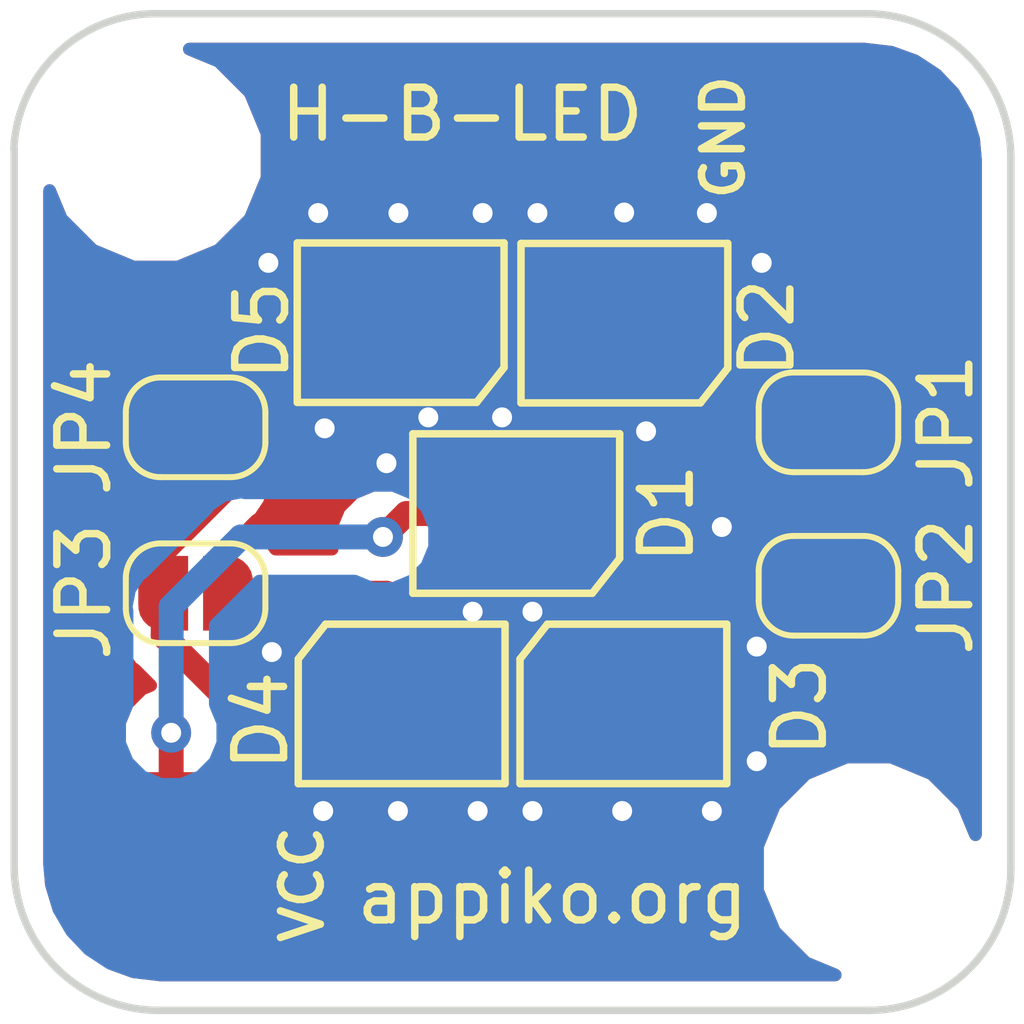
<source format=kicad_pcb>
(kicad_pcb (version 20171130) (host pcbnew "(5.0.2)-1")

  (general
    (thickness 1.6)
    (drawings 12)
    (tracks 65)
    (zones 0)
    (modules 13)
    (nets 7)
  )

  (page A4)
  (layers
    (0 F.Cu signal)
    (31 B.Cu signal)
    (32 B.Adhes user)
    (33 F.Adhes user)
    (34 B.Paste user)
    (35 F.Paste user)
    (36 B.SilkS user)
    (37 F.SilkS user)
    (38 B.Mask user)
    (39 F.Mask user)
    (40 Dwgs.User user)
    (41 Cmts.User user)
    (42 Eco1.User user)
    (43 Eco2.User user)
    (44 Edge.Cuts user)
    (45 Margin user)
    (46 B.CrtYd user)
    (47 F.CrtYd user)
    (48 B.Fab user)
    (49 F.Fab user hide)
  )

  (setup
    (last_trace_width 0.5)
    (trace_clearance 0.2)
    (zone_clearance 0.508)
    (zone_45_only yes)
    (trace_min 0.2)
    (segment_width 0.2)
    (edge_width 0.15)
    (via_size 0.8)
    (via_drill 0.4)
    (via_min_size 0.4)
    (via_min_drill 0.3)
    (uvia_size 0.3)
    (uvia_drill 0.1)
    (uvias_allowed no)
    (uvia_min_size 0.2)
    (uvia_min_drill 0.1)
    (pcb_text_width 0.3)
    (pcb_text_size 1.5 1.5)
    (mod_edge_width 0.15)
    (mod_text_size 1 1)
    (mod_text_width 0.15)
    (pad_size 3.2 3.2)
    (pad_drill 0)
    (pad_to_mask_clearance 0.051)
    (solder_mask_min_width 0.25)
    (aux_axis_origin 0 0)
    (visible_elements 7FFFFFFF)
    (pcbplotparams
      (layerselection 0x010fc_ffffffff)
      (usegerberextensions false)
      (usegerberattributes false)
      (usegerberadvancedattributes false)
      (creategerberjobfile false)
      (excludeedgelayer true)
      (linewidth 0.100000)
      (plotframeref false)
      (viasonmask false)
      (mode 1)
      (useauxorigin false)
      (hpglpennumber 1)
      (hpglpenspeed 20)
      (hpglpendiameter 15.000000)
      (psnegative false)
      (psa4output false)
      (plotreference true)
      (plotvalue true)
      (plotinvisibletext false)
      (padsonsilk false)
      (subtractmaskfromsilk false)
      (outputformat 4)
      (mirror false)
      (drillshape 0)
      (scaleselection 1)
      (outputdirectory "pdf/"))
  )

  (net 0 "")
  (net 1 /C1A2)
  (net 2 /C2A3)
  (net 3 /C3A4)
  (net 4 /C4A5)
  (net 5 /VCC)
  (net 6 /GND)

  (net_class Default "This is the default net class."
    (clearance 0.2)
    (trace_width 0.5)
    (via_dia 0.8)
    (via_drill 0.4)
    (uvia_dia 0.3)
    (uvia_drill 0.1)
    (add_net /C1A2)
    (add_net /C2A3)
    (add_net /C3A4)
    (add_net /C4A5)
    (add_net /GND)
    (add_net /VCC)
  )

  (module lib:POWER (layer F.Cu) (tedit 5D2425FD) (tstamp 5D2429AC)
    (at 16.15 30.82)
    (descr "Mounting Hole 3.2mm, no annular, M3, ISO7380")
    (tags "mounting hole 3.2mm no annular m3 iso7380")
    (zone_connect 2)
    (attr virtual)
    (fp_text reference H3 (at 0 -3.85) (layer F.Fab)
      (effects (font (size 1 1) (thickness 0.15)))
    )
    (fp_text value Vcc (at 0 3.85) (layer F.Fab)
      (effects (font (size 1 1) (thickness 0.15)))
    )
    (fp_text user %R (at 0.3 0) (layer F.Fab)
      (effects (font (size 1 1) (thickness 0.15)))
    )
    (pad 1 smd rect (at 0 0) (size 3.2 3.2) (layers F.Cu F.Paste F.Mask)
      (net 5 /VCC) (zone_connect 2))
  )

  (module MountingHole:MountingHole_3.2mm_M3_ISO7380 (layer F.Cu) (tedit 5D2423F2) (tstamp 5D248904)
    (at 30.15 31.15)
    (descr "Mounting Hole 3.2mm, no annular, M3, ISO7380")
    (tags "mounting hole 3.2mm no annular m3 iso7380")
    (path /5D24C268)
    (attr virtual)
    (fp_text reference H2 (at 0 -3.85) (layer F.Fab)
      (effects (font (size 1 1) (thickness 0.15)))
    )
    (fp_text value MountingHole (at 0 3.85) (layer F.Fab)
      (effects (font (size 1 1) (thickness 0.15)))
    )
    (fp_circle (center 0 0) (end 3.1 0) (layer F.CrtYd) (width 0.05))
    (fp_circle (center 0 0) (end 2.85 0) (layer Cmts.User) (width 0.15))
    (fp_text user %R (at 0.3 0) (layer F.Fab)
      (effects (font (size 1 1) (thickness 0.15)))
    )
    (pad 1 np_thru_hole circle (at 0 0) (size 3.2 3.2) (drill 3.2) (layers *.Cu *.Mask))
  )

  (module MountingHole:MountingHole_3.2mm_M3_ISO7380 (layer F.Cu) (tedit 5D241E50) (tstamp 5D2488EF)
    (at 15.84 16.85)
    (descr "Mounting Hole 3.2mm, no annular, M3, ISO7380")
    (tags "mounting hole 3.2mm no annular m3 iso7380")
    (path /5D24FD6D)
    (attr virtual)
    (fp_text reference H1 (at 0 -3.85) (layer F.Fab)
      (effects (font (size 1 1) (thickness 0.15)))
    )
    (fp_text value MountingHole (at 0 3.85) (layer F.Fab)
      (effects (font (size 1 1) (thickness 0.15)))
    )
    (fp_text user %R (at 0.3 0) (layer F.Fab)
      (effects (font (size 1 1) (thickness 0.15)))
    )
    (fp_circle (center 0 0) (end 2.85 0) (layer Cmts.User) (width 0.15))
    (fp_circle (center 0 0) (end 3.1 0) (layer F.CrtYd) (width 0.05))
    (pad 1 np_thru_hole circle (at 0 0) (size 3.2 3.2) (drill 3.2) (layers *.Cu *.Mask))
  )

  (module Jumper:SolderJumper-2_P1.3mm_Open_RoundedPad1.0x1.5mm (layer F.Cu) (tedit 5B391E66) (tstamp 5D241715)
    (at 16.64 22.3)
    (descr "SMD Solder Jumper, 1x1.5mm, rounded Pads, 0.3mm gap, open")
    (tags "solder jumper open")
    (path /5D243350)
    (attr virtual)
    (fp_text reference JP4 (at -2.24 0 90) (layer F.SilkS)
      (effects (font (size 1 1) (thickness 0.15)))
    )
    (fp_text value Jumper (at 0 1.9) (layer F.Fab)
      (effects (font (size 1 1) (thickness 0.15)))
    )
    (fp_line (start 1.65 1.25) (end -1.65 1.25) (layer F.CrtYd) (width 0.05))
    (fp_line (start 1.65 1.25) (end 1.65 -1.25) (layer F.CrtYd) (width 0.05))
    (fp_line (start -1.65 -1.25) (end -1.65 1.25) (layer F.CrtYd) (width 0.05))
    (fp_line (start -1.65 -1.25) (end 1.65 -1.25) (layer F.CrtYd) (width 0.05))
    (fp_line (start -0.7 -1) (end 0.7 -1) (layer F.SilkS) (width 0.12))
    (fp_line (start 1.4 -0.3) (end 1.4 0.3) (layer F.SilkS) (width 0.12))
    (fp_line (start 0.7 1) (end -0.7 1) (layer F.SilkS) (width 0.12))
    (fp_line (start -1.4 0.3) (end -1.4 -0.3) (layer F.SilkS) (width 0.12))
    (fp_arc (start -0.7 -0.3) (end -0.7 -1) (angle -90) (layer F.SilkS) (width 0.12))
    (fp_arc (start -0.7 0.3) (end -1.4 0.3) (angle -90) (layer F.SilkS) (width 0.12))
    (fp_arc (start 0.7 0.3) (end 0.7 1) (angle -90) (layer F.SilkS) (width 0.12))
    (fp_arc (start 0.7 -0.3) (end 1.4 -0.3) (angle -90) (layer F.SilkS) (width 0.12))
    (pad 2 smd custom (at 0.65 0) (size 1 0.5) (layers F.Cu F.Mask)
      (net 4 /C4A5) (zone_connect 2)
      (options (clearance outline) (anchor rect))
      (primitives
        (gr_circle (center 0 0.25) (end 0.5 0.25) (width 0))
        (gr_circle (center 0 -0.25) (end 0.5 -0.25) (width 0))
        (gr_poly (pts
           (xy 0 -0.75) (xy -0.5 -0.75) (xy -0.5 0.75) (xy 0 0.75)) (width 0))
      ))
    (pad 1 smd custom (at -0.65 0) (size 1 0.5) (layers F.Cu F.Mask)
      (net 6 /GND) (zone_connect 2)
      (options (clearance outline) (anchor rect))
      (primitives
        (gr_circle (center 0 0.25) (end 0.5 0.25) (width 0))
        (gr_circle (center 0 -0.25) (end 0.5 -0.25) (width 0))
        (gr_poly (pts
           (xy 0 -0.75) (xy 0.5 -0.75) (xy 0.5 0.75) (xy 0 0.75)) (width 0))
      ))
  )

  (module Jumper:SolderJumper-2_P1.3mm_Open_RoundedPad1.0x1.5mm (layer F.Cu) (tedit 5B391E66) (tstamp 5D241703)
    (at 16.64 25.63)
    (descr "SMD Solder Jumper, 1x1.5mm, rounded Pads, 0.3mm gap, open")
    (tags "solder jumper open")
    (path /5D242B0B)
    (attr virtual)
    (fp_text reference JP3 (at -2.24 -0.03 90) (layer F.SilkS)
      (effects (font (size 1 1) (thickness 0.15)))
    )
    (fp_text value Jumper (at 0 1.9) (layer F.Fab)
      (effects (font (size 1 1) (thickness 0.15)))
    )
    (fp_arc (start 0.7 -0.3) (end 1.4 -0.3) (angle -90) (layer F.SilkS) (width 0.12))
    (fp_arc (start 0.7 0.3) (end 0.7 1) (angle -90) (layer F.SilkS) (width 0.12))
    (fp_arc (start -0.7 0.3) (end -1.4 0.3) (angle -90) (layer F.SilkS) (width 0.12))
    (fp_arc (start -0.7 -0.3) (end -0.7 -1) (angle -90) (layer F.SilkS) (width 0.12))
    (fp_line (start -1.4 0.3) (end -1.4 -0.3) (layer F.SilkS) (width 0.12))
    (fp_line (start 0.7 1) (end -0.7 1) (layer F.SilkS) (width 0.12))
    (fp_line (start 1.4 -0.3) (end 1.4 0.3) (layer F.SilkS) (width 0.12))
    (fp_line (start -0.7 -1) (end 0.7 -1) (layer F.SilkS) (width 0.12))
    (fp_line (start -1.65 -1.25) (end 1.65 -1.25) (layer F.CrtYd) (width 0.05))
    (fp_line (start -1.65 -1.25) (end -1.65 1.25) (layer F.CrtYd) (width 0.05))
    (fp_line (start 1.65 1.25) (end 1.65 -1.25) (layer F.CrtYd) (width 0.05))
    (fp_line (start 1.65 1.25) (end -1.65 1.25) (layer F.CrtYd) (width 0.05))
    (pad 1 smd custom (at -0.65 0) (size 1 0.5) (layers F.Cu F.Mask)
      (net 4 /C4A5) (zone_connect 2)
      (options (clearance outline) (anchor rect))
      (primitives
        (gr_circle (center 0 0.25) (end 0.5 0.25) (width 0))
        (gr_circle (center 0 -0.25) (end 0.5 -0.25) (width 0))
        (gr_poly (pts
           (xy 0 -0.75) (xy 0.5 -0.75) (xy 0.5 0.75) (xy 0 0.75)) (width 0))
      ))
    (pad 2 smd custom (at 0.65 0) (size 1 0.5) (layers F.Cu F.Mask)
      (net 3 /C3A4) (zone_connect 2)
      (options (clearance outline) (anchor rect))
      (primitives
        (gr_circle (center 0 0.25) (end 0.5 0.25) (width 0))
        (gr_circle (center 0 -0.25) (end 0.5 -0.25) (width 0))
        (gr_poly (pts
           (xy 0 -0.75) (xy -0.5 -0.75) (xy -0.5 0.75) (xy 0 0.75)) (width 0))
      ))
  )

  (module Jumper:SolderJumper-2_P1.3mm_Open_RoundedPad1.0x1.5mm (layer F.Cu) (tedit 5B391E66) (tstamp 5D2416F1)
    (at 29.34 25.48)
    (descr "SMD Solder Jumper, 1x1.5mm, rounded Pads, 0.3mm gap, open")
    (tags "solder jumper open")
    (path /5D2429B3)
    (attr virtual)
    (fp_text reference JP2 (at 2.36 0.02 90) (layer F.SilkS)
      (effects (font (size 1 1) (thickness 0.15)))
    )
    (fp_text value Jumper (at 0 1.9) (layer F.Fab)
      (effects (font (size 1 1) (thickness 0.15)))
    )
    (fp_line (start 1.65 1.25) (end -1.65 1.25) (layer F.CrtYd) (width 0.05))
    (fp_line (start 1.65 1.25) (end 1.65 -1.25) (layer F.CrtYd) (width 0.05))
    (fp_line (start -1.65 -1.25) (end -1.65 1.25) (layer F.CrtYd) (width 0.05))
    (fp_line (start -1.65 -1.25) (end 1.65 -1.25) (layer F.CrtYd) (width 0.05))
    (fp_line (start -0.7 -1) (end 0.7 -1) (layer F.SilkS) (width 0.12))
    (fp_line (start 1.4 -0.3) (end 1.4 0.3) (layer F.SilkS) (width 0.12))
    (fp_line (start 0.7 1) (end -0.7 1) (layer F.SilkS) (width 0.12))
    (fp_line (start -1.4 0.3) (end -1.4 -0.3) (layer F.SilkS) (width 0.12))
    (fp_arc (start -0.7 -0.3) (end -0.7 -1) (angle -90) (layer F.SilkS) (width 0.12))
    (fp_arc (start -0.7 0.3) (end -1.4 0.3) (angle -90) (layer F.SilkS) (width 0.12))
    (fp_arc (start 0.7 0.3) (end 0.7 1) (angle -90) (layer F.SilkS) (width 0.12))
    (fp_arc (start 0.7 -0.3) (end 1.4 -0.3) (angle -90) (layer F.SilkS) (width 0.12))
    (pad 2 smd custom (at 0.65 0) (size 1 0.5) (layers F.Cu F.Mask)
      (net 2 /C2A3) (zone_connect 2)
      (options (clearance outline) (anchor rect))
      (primitives
        (gr_circle (center 0 0.25) (end 0.5 0.25) (width 0))
        (gr_circle (center 0 -0.25) (end 0.5 -0.25) (width 0))
        (gr_poly (pts
           (xy 0 -0.75) (xy -0.5 -0.75) (xy -0.5 0.75) (xy 0 0.75)) (width 0))
      ))
    (pad 1 smd custom (at -0.65 0) (size 1 0.5) (layers F.Cu F.Mask)
      (net 3 /C3A4) (zone_connect 2)
      (options (clearance outline) (anchor rect))
      (primitives
        (gr_circle (center 0 0.25) (end 0.5 0.25) (width 0))
        (gr_circle (center 0 -0.25) (end 0.5 -0.25) (width 0))
        (gr_poly (pts
           (xy 0 -0.75) (xy 0.5 -0.75) (xy 0.5 0.75) (xy 0 0.75)) (width 0))
      ))
  )

  (module Jumper:SolderJumper-2_P1.3mm_Open_RoundedPad1.0x1.5mm (layer F.Cu) (tedit 5D2420B6) (tstamp 5D2416DF)
    (at 29.34 22.2 180)
    (descr "SMD Solder Jumper, 1x1.5mm, rounded Pads, 0.3mm gap, open")
    (tags "solder jumper open")
    (path /5D24133B)
    (attr virtual)
    (fp_text reference JP1 (at -2.36 0 270) (layer F.SilkS)
      (effects (font (size 1 1) (thickness 0.15)))
    )
    (fp_text value Jumper (at 0 1.9 180) (layer F.Fab)
      (effects (font (size 1 1) (thickness 0.15)))
    )
    (fp_arc (start 0.7 -0.3) (end 1.4 -0.3) (angle -90) (layer F.SilkS) (width 0.12))
    (fp_arc (start 0.7 0.3) (end 0.7 1) (angle -90) (layer F.SilkS) (width 0.12))
    (fp_arc (start -0.7 0.3) (end -1.4 0.3) (angle -90) (layer F.SilkS) (width 0.12))
    (fp_arc (start -0.7 -0.3) (end -0.7 -1) (angle -90) (layer F.SilkS) (width 0.12))
    (fp_line (start -1.4 0.3) (end -1.4 -0.3) (layer F.SilkS) (width 0.12))
    (fp_line (start 0.7 1) (end -0.7 1) (layer F.SilkS) (width 0.12))
    (fp_line (start 1.4 -0.3) (end 1.4 0.3) (layer F.SilkS) (width 0.12))
    (fp_line (start -0.7 -1) (end 0.7 -1) (layer F.SilkS) (width 0.12))
    (fp_line (start -1.65 -1.25) (end 1.65 -1.25) (layer F.CrtYd) (width 0.05))
    (fp_line (start -1.65 -1.25) (end -1.65 1.25) (layer F.CrtYd) (width 0.05))
    (fp_line (start 1.65 1.25) (end 1.65 -1.25) (layer F.CrtYd) (width 0.05))
    (fp_line (start 1.65 1.25) (end -1.65 1.25) (layer F.CrtYd) (width 0.05))
    (pad 1 smd custom (at -0.65 0 180) (size 1 0.5) (layers F.Cu F.Mask)
      (net 2 /C2A3) (zone_connect 2)
      (options (clearance outline) (anchor rect))
      (primitives
        (gr_circle (center 0 0.25) (end 0.5 0.25) (width 0))
        (gr_circle (center 0 -0.25) (end 0.5 -0.25) (width 0))
        (gr_poly (pts
           (xy 0 -0.75) (xy 0.5 -0.75) (xy 0.5 0.75) (xy 0 0.75)) (width 0))
      ))
    (pad 2 smd custom (at 0.65 0 180) (size 1 0.5) (layers F.Cu F.Mask)
      (net 1 /C1A2) (zone_connect 2)
      (options (clearance outline) (anchor rect))
      (primitives
        (gr_circle (center 0 0.25) (end 0.5 0.25) (width 0))
        (gr_circle (center 0 -0.25) (end 0.5 -0.25) (width 0))
        (gr_poly (pts
           (xy 0 -0.75) (xy -0.5 -0.75) (xy -0.5 0.75) (xy 0 0.75)) (width 0))
      ))
  )

  (module lib:Cree_J_2835 (layer F.Cu) (tedit 5D23799D) (tstamp 5D2416CD)
    (at 21.58 20.2 180)
    (path /5D240D13)
    (fp_text reference D5 (at 3.61 -0.16 270) (layer F.SilkS)
      (effects (font (size 1 1) (thickness 0.15)))
    )
    (fp_text value LED (at 0.95 -2.5 180) (layer F.Fab)
      (effects (font (size 1 1) (thickness 0.15)))
    )
    (fp_line (start -1.25 -0.9) (end -0.7 -1.6) (layer F.SilkS) (width 0.15))
    (fp_line (start -1.03 -0.87) (end -0.61 -1.4) (layer F.Fab) (width 0.15))
    (fp_line (start -1.03 1.4) (end -1.03 -0.86) (layer F.Fab) (width 0.15))
    (fp_line (start -0.6 -1.4) (end 2.47 -1.4) (layer F.Fab) (width 0.15))
    (fp_line (start 2.47 -1.4) (end 2.47 1.4) (layer F.Fab) (width 0.15))
    (fp_line (start 2.47 1.4) (end -1.03 1.4) (layer F.Fab) (width 0.15))
    (fp_line (start -0.7 -1.6) (end 2.9 -1.6) (layer F.SilkS) (width 0.15))
    (fp_line (start 2.9 -1.6) (end 2.9 1.6) (layer F.SilkS) (width 0.15))
    (fp_line (start 2.9 1.6) (end -1.25 1.6) (layer F.SilkS) (width 0.15))
    (fp_line (start -1.25 -0.9) (end -1.25 1.6) (layer F.SilkS) (width 0.15))
    (pad 1 smd rect (at 0 0 180) (size 2.06 1.8) (layers F.Cu F.Paste F.Mask)
      (net 6 /GND))
    (pad 2 smd custom (at 1.975 0 180) (size 0.99 1.8) (layers F.Cu F.Paste F.Mask)
      (net 4 /C4A5) (zone_connect 0)
      (options (clearance outline) (anchor rect))
      (primitives
      ))
    (pad 2 smd rect (at 2.62 0 180) (size 0.3 0.5) (layers F.Cu F.Paste F.Mask)
      (net 4 /C4A5) (zone_connect 0))
  )

  (module lib:Cree_J_2835 (layer F.Cu) (tedit 5D23799D) (tstamp 5D2416BC)
    (at 19.95 27.85)
    (path /5D242B03)
    (fp_text reference D4 (at -2 0.34 90) (layer F.SilkS)
      (effects (font (size 1 1) (thickness 0.15)))
    )
    (fp_text value LED (at 0.95 -2.5) (layer F.Fab)
      (effects (font (size 1 1) (thickness 0.15)))
    )
    (fp_line (start -1.25 -0.9) (end -1.25 1.6) (layer F.SilkS) (width 0.15))
    (fp_line (start 2.9 1.6) (end -1.25 1.6) (layer F.SilkS) (width 0.15))
    (fp_line (start 2.9 -1.6) (end 2.9 1.6) (layer F.SilkS) (width 0.15))
    (fp_line (start -0.7 -1.6) (end 2.9 -1.6) (layer F.SilkS) (width 0.15))
    (fp_line (start 2.47 1.4) (end -1.03 1.4) (layer F.Fab) (width 0.15))
    (fp_line (start 2.47 -1.4) (end 2.47 1.4) (layer F.Fab) (width 0.15))
    (fp_line (start -0.6 -1.4) (end 2.47 -1.4) (layer F.Fab) (width 0.15))
    (fp_line (start -1.03 1.4) (end -1.03 -0.86) (layer F.Fab) (width 0.15))
    (fp_line (start -1.03 -0.87) (end -0.61 -1.4) (layer F.Fab) (width 0.15))
    (fp_line (start -1.25 -0.9) (end -0.7 -1.6) (layer F.SilkS) (width 0.15))
    (pad 2 smd rect (at 2.62 0) (size 0.3 0.5) (layers F.Cu F.Paste F.Mask)
      (net 3 /C3A4) (zone_connect 0))
    (pad 2 smd custom (at 1.975 0) (size 0.99 1.8) (layers F.Cu F.Paste F.Mask)
      (net 3 /C3A4) (zone_connect 0)
      (options (clearance outline) (anchor rect))
      (primitives
      ))
    (pad 1 smd rect (at 0 0) (size 2.06 1.8) (layers F.Cu F.Paste F.Mask)
      (net 4 /C4A5))
  )

  (module lib:Cree_J_2835 (layer F.Cu) (tedit 5D23799D) (tstamp 5D2416AB)
    (at 24.4 27.85)
    (path /5D2429AB)
    (fp_text reference D3 (at 4.36 0.06 90) (layer F.SilkS)
      (effects (font (size 1 1) (thickness 0.15)))
    )
    (fp_text value LED (at 0.95 -2.5) (layer F.Fab)
      (effects (font (size 1 1) (thickness 0.15)))
    )
    (fp_line (start -1.25 -0.9) (end -0.7 -1.6) (layer F.SilkS) (width 0.15))
    (fp_line (start -1.03 -0.87) (end -0.61 -1.4) (layer F.Fab) (width 0.15))
    (fp_line (start -1.03 1.4) (end -1.03 -0.86) (layer F.Fab) (width 0.15))
    (fp_line (start -0.6 -1.4) (end 2.47 -1.4) (layer F.Fab) (width 0.15))
    (fp_line (start 2.47 -1.4) (end 2.47 1.4) (layer F.Fab) (width 0.15))
    (fp_line (start 2.47 1.4) (end -1.03 1.4) (layer F.Fab) (width 0.15))
    (fp_line (start -0.7 -1.6) (end 2.9 -1.6) (layer F.SilkS) (width 0.15))
    (fp_line (start 2.9 -1.6) (end 2.9 1.6) (layer F.SilkS) (width 0.15))
    (fp_line (start 2.9 1.6) (end -1.25 1.6) (layer F.SilkS) (width 0.15))
    (fp_line (start -1.25 -0.9) (end -1.25 1.6) (layer F.SilkS) (width 0.15))
    (pad 1 smd rect (at 0 0) (size 2.06 1.8) (layers F.Cu F.Paste F.Mask)
      (net 3 /C3A4))
    (pad 2 smd custom (at 1.975 0) (size 0.99 1.8) (layers F.Cu F.Paste F.Mask)
      (net 2 /C2A3) (zone_connect 0)
      (options (clearance outline) (anchor rect))
      (primitives
      ))
    (pad 2 smd rect (at 2.62 0) (size 0.3 0.5) (layers F.Cu F.Paste F.Mask)
      (net 2 /C2A3) (zone_connect 0))
  )

  (module lib:Cree_J_2835 (layer F.Cu) (tedit 5D23799D) (tstamp 5D24169A)
    (at 26.07 20.21 180)
    (path /5D240C72)
    (fp_text reference D2 (at -2.04 -0.1 270) (layer F.SilkS)
      (effects (font (size 1 1) (thickness 0.15)))
    )
    (fp_text value LED (at 0.95 -2.5 180) (layer F.Fab)
      (effects (font (size 1 1) (thickness 0.15)))
    )
    (fp_line (start -1.25 -0.9) (end -1.25 1.6) (layer F.SilkS) (width 0.15))
    (fp_line (start 2.9 1.6) (end -1.25 1.6) (layer F.SilkS) (width 0.15))
    (fp_line (start 2.9 -1.6) (end 2.9 1.6) (layer F.SilkS) (width 0.15))
    (fp_line (start -0.7 -1.6) (end 2.9 -1.6) (layer F.SilkS) (width 0.15))
    (fp_line (start 2.47 1.4) (end -1.03 1.4) (layer F.Fab) (width 0.15))
    (fp_line (start 2.47 -1.4) (end 2.47 1.4) (layer F.Fab) (width 0.15))
    (fp_line (start -0.6 -1.4) (end 2.47 -1.4) (layer F.Fab) (width 0.15))
    (fp_line (start -1.03 1.4) (end -1.03 -0.86) (layer F.Fab) (width 0.15))
    (fp_line (start -1.03 -0.87) (end -0.61 -1.4) (layer F.Fab) (width 0.15))
    (fp_line (start -1.25 -0.9) (end -0.7 -1.6) (layer F.SilkS) (width 0.15))
    (pad 2 smd rect (at 2.62 0 180) (size 0.3 0.5) (layers F.Cu F.Paste F.Mask)
      (net 1 /C1A2) (zone_connect 0))
    (pad 2 smd custom (at 1.975 0 180) (size 0.99 1.8) (layers F.Cu F.Paste F.Mask)
      (net 1 /C1A2) (zone_connect 0)
      (options (clearance outline) (anchor rect))
      (primitives
      ))
    (pad 1 smd rect (at 0 0 180) (size 2.06 1.8) (layers F.Cu F.Paste F.Mask)
      (net 2 /C2A3))
  )

  (module lib:Cree_J_2835 (layer F.Cu) (tedit 5D23799D) (tstamp 5D238C51)
    (at 23.9 24.03 180)
    (path /5D240CB6)
    (fp_text reference D1 (at -2.19 0 270) (layer F.SilkS)
      (effects (font (size 1 1) (thickness 0.15)))
    )
    (fp_text value LED (at 0.95 -2.5 180) (layer F.Fab)
      (effects (font (size 1 1) (thickness 0.15)))
    )
    (fp_line (start -1.25 -0.9) (end -0.7 -1.6) (layer F.SilkS) (width 0.15))
    (fp_line (start -1.03 -0.87) (end -0.61 -1.4) (layer F.Fab) (width 0.15))
    (fp_line (start -1.03 1.4) (end -1.03 -0.86) (layer F.Fab) (width 0.15))
    (fp_line (start -0.6 -1.4) (end 2.47 -1.4) (layer F.Fab) (width 0.15))
    (fp_line (start 2.47 -1.4) (end 2.47 1.4) (layer F.Fab) (width 0.15))
    (fp_line (start 2.47 1.4) (end -1.03 1.4) (layer F.Fab) (width 0.15))
    (fp_line (start -0.7 -1.6) (end 2.9 -1.6) (layer F.SilkS) (width 0.15))
    (fp_line (start 2.9 -1.6) (end 2.9 1.6) (layer F.SilkS) (width 0.15))
    (fp_line (start 2.9 1.6) (end -1.25 1.6) (layer F.SilkS) (width 0.15))
    (fp_line (start -1.25 -0.9) (end -1.25 1.6) (layer F.SilkS) (width 0.15))
    (pad 1 smd rect (at 0 0 180) (size 2.06 1.8) (layers F.Cu F.Paste F.Mask)
      (net 1 /C1A2))
    (pad 2 smd custom (at 1.975 0 180) (size 0.99 1.8) (layers F.Cu F.Paste F.Mask)
      (net 5 /VCC) (zone_connect 0)
      (options (clearance outline) (anchor rect))
      (primitives
      ))
    (pad 2 smd rect (at 2.62 0 180) (size 0.3 0.5) (layers F.Cu F.Paste F.Mask)
      (net 5 /VCC) (zone_connect 0))
  )

  (module lib:POWER (layer F.Cu) (tedit 5D2425F3) (tstamp 5D2429AB)
    (at 29.59 17.22)
    (descr "Mounting Hole 3.2mm, no annular, M3, ISO7380")
    (tags "mounting hole 3.2mm no annular m3 iso7380")
    (zone_connect 2)
    (attr virtual)
    (fp_text reference H3 (at 0 -3.85) (layer F.Fab)
      (effects (font (size 1 1) (thickness 0.15)))
    )
    (fp_text value Vcc (at 0 3.85) (layer F.Fab)
      (effects (font (size 1 1) (thickness 0.15)))
    )
    (fp_text user %R (at 0.3 0) (layer F.Fab)
      (effects (font (size 1 1) (thickness 0.15)))
    )
    (pad 1 smd rect (at 0 0) (size 3.2 3.2) (layers F.Cu F.Paste F.Mask)
      (net 6 /GND) (zone_connect 2))
  )

  (gr_text H-B-LED (at 21.99 16.02) (layer F.SilkS)
    (effects (font (size 1 1) (thickness 0.15)))
  )
  (gr_text GND (at 27.23 16.48 90) (layer F.SilkS)
    (effects (font (size 0.8 0.8) (thickness 0.15)))
  )
  (gr_text VCC (at 18.78 31.47 90) (layer F.SilkS)
    (effects (font (size 0.8 0.8) (thickness 0.15)))
  )
  (gr_text appiko.org (at 23.8 31.73) (layer F.SilkS)
    (effects (font (size 1 1) (thickness 0.15)))
  )
  (gr_arc (start 15.9 31.1) (end 13 31.1) (angle -90) (layer Edge.Cuts) (width 0.15))
  (gr_arc (start 30.1 16.9) (end 33 16.9) (angle -90) (layer Edge.Cuts) (width 0.15))
  (gr_arc (start 15.84 16.85) (end 15.800001 14.000001) (angle -86.58391779) (layer Edge.Cuts) (width 0.15))
  (gr_arc (start 30.15 31.15) (end 30.140001 33.999999) (angle -90.201037) (layer Edge.Cuts) (width 0.15))
  (gr_line (start 33 31.17) (end 33 16.89) (layer Edge.Cuts) (width 0.15))
  (gr_line (start 15.87 34) (end 30.17 34) (layer Edge.Cuts) (width 0.15))
  (gr_line (start 13 31.09) (end 13 16.71) (layer Edge.Cuts) (width 0.15))
  (gr_line (start 30.11 14) (end 15.8 14) (layer Edge.Cuts) (width 0.15))

  (segment (start 24.095 23.835) (end 23.9 24.03) (width 0.5) (layer F.Cu) (net 1))
  (segment (start 24.095 20.21) (end 24.095 23.835) (width 0.5) (layer F.Cu) (net 1))
  (segment (start 28.69 22.2) (end 27.88 22.2) (width 0.5) (layer F.Cu) (net 1))
  (segment (start 26.05 24.03) (end 23.9 24.03) (width 0.5) (layer F.Cu) (net 1))
  (segment (start 27.88 22.2) (end 26.05 24.03) (width 0.5) (layer F.Cu) (net 1))
  (segment (start 24.095 20.21) (end 23.45 20.21) (width 0.25) (layer F.Cu) (net 1))
  (segment (start 29.99 21.352408) (end 29.99 22.2) (width 0.5) (layer F.Cu) (net 2))
  (segment (start 28.847592 20.21) (end 29.99 21.352408) (width 0.5) (layer F.Cu) (net 2))
  (segment (start 26.07 20.21) (end 28.847592 20.21) (width 0.5) (layer F.Cu) (net 2))
  (segment (start 29.99 22.2) (end 29.99 25.48) (width 0.5) (layer F.Cu) (net 2))
  (segment (start 29.99 26.327592) (end 29.99 25.48) (width 0.5) (layer F.Cu) (net 2))
  (segment (start 28.467592 27.85) (end 29.99 26.327592) (width 0.5) (layer F.Cu) (net 2))
  (segment (start 26.375 27.85) (end 28.467592 27.85) (width 0.5) (layer F.Cu) (net 2))
  (segment (start 24.4 27.85) (end 21.925 27.85) (width 0.5) (layer F.Cu) (net 3))
  (segment (start 17.89 25.63) (end 17.29 25.63) (width 0.5) (layer F.Cu) (net 3))
  (segment (start 20.470002 25.63) (end 17.89 25.63) (width 0.5) (layer F.Cu) (net 3))
  (segment (start 21.925 27.084998) (end 20.470002 25.63) (width 0.5) (layer F.Cu) (net 3))
  (segment (start 21.925 27.85) (end 21.925 27.084998) (width 0.5) (layer F.Cu) (net 3))
  (segment (start 24.4 26.45) (end 24.4 27.85) (width 0.5) (layer F.Cu) (net 3))
  (segment (start 25.37 25.48) (end 24.4 26.45) (width 0.5) (layer F.Cu) (net 3))
  (segment (start 28.69 25.48) (end 25.37 25.48) (width 0.5) (layer F.Cu) (net 3))
  (segment (start 15.99 26.477592) (end 15.99 25.63) (width 0.5) (layer F.Cu) (net 4))
  (segment (start 17.362408 27.85) (end 15.99 26.477592) (width 0.5) (layer F.Cu) (net 4))
  (segment (start 19.95 27.85) (end 17.362408 27.85) (width 0.5) (layer F.Cu) (net 4))
  (segment (start 17.29 23.482408) (end 17.29 22.3) (width 0.5) (layer F.Cu) (net 4))
  (segment (start 15.99 25.63) (end 15.99 24.782408) (width 0.5) (layer F.Cu) (net 4))
  (segment (start 15.99 24.782408) (end 17.29 23.482408) (width 0.5) (layer F.Cu) (net 4))
  (segment (start 19.605 20.2) (end 18.09 20.2) (width 0.5) (layer F.Cu) (net 4))
  (segment (start 17.29 21) (end 17.29 22.3) (width 0.5) (layer F.Cu) (net 4))
  (segment (start 18.09 20.2) (end 17.29 21) (width 0.5) (layer F.Cu) (net 4))
  (via (at 16.15 28.43) (size 0.8) (drill 0.4) (layers F.Cu B.Cu) (net 5))
  (segment (start 20.87 24.03) (end 21.925 24.03) (width 0.5) (layer F.Cu) (net 5))
  (segment (start 20.4 24.5) (end 20.87 24.03) (width 0.5) (layer F.Cu) (net 5))
  (segment (start 16.15 28.43) (end 16.15 30.82) (width 0.5) (layer F.Cu) (net 5))
  (via (at 20.4 24.5) (size 0.8) (drill 0.4) (layers F.Cu B.Cu) (net 5))
  (segment (start 16.15 25.9) (end 16.15 28.43) (width 0.5) (layer B.Cu) (net 5))
  (segment (start 20.4 24.5) (end 17.55 24.5) (width 0.5) (layer B.Cu) (net 5))
  (segment (start 17.55 24.5) (end 16.15 25.9) (width 0.5) (layer B.Cu) (net 5))
  (segment (start 27.49 17.22) (end 29.59 17.22) (width 0.5) (layer F.Cu) (net 6))
  (segment (start 15.99 22.3) (end 15.99 19.734002) (width 0.5) (layer F.Cu) (net 6))
  (via (at 19.2 30) (size 0.8) (drill 0.4) (layers F.Cu B.Cu) (net 6))
  (via (at 20.7 30) (size 0.8) (drill 0.4) (layers F.Cu B.Cu) (net 6))
  (via (at 22.3 30) (size 0.8) (drill 0.4) (layers F.Cu B.Cu) (net 6))
  (via (at 23.4 30) (size 0.8) (drill 0.4) (layers F.Cu B.Cu) (net 6))
  (via (at 25.2 30) (size 0.8) (drill 0.4) (layers F.Cu B.Cu) (net 6))
  (via (at 27 30) (size 0.8) (drill 0.4) (layers F.Cu B.Cu) (net 6))
  (via (at 27.9 29) (size 0.8) (drill 0.4) (layers F.Cu B.Cu) (net 6))
  (via (at 27.9 26.7) (size 0.8) (drill 0.4) (layers F.Cu B.Cu) (net 6))
  (via (at 19.1 18) (size 0.8) (drill 0.4) (layers F.Cu B.Cu) (net 6))
  (via (at 23.5 18) (size 0.8) (drill 0.4) (layers F.Cu B.Cu) (net 6))
  (via (at 22.4 18) (size 0.8) (drill 0.4) (layers F.Cu B.Cu) (net 6))
  (via (at 20.71 18) (size 0.8) (drill 0.4) (layers F.Cu B.Cu) (net 6))
  (via (at 19.23 22.32) (size 0.8) (drill 0.4) (layers F.Cu B.Cu) (net 6))
  (via (at 20.47 23.02) (size 0.8) (drill 0.4) (layers F.Cu B.Cu) (net 6))
  (via (at 26.9 18) (size 0.8) (drill 0.4) (layers F.Cu B.Cu) (net 6))
  (via (at 25.24 17.99) (size 0.8) (drill 0.4) (layers F.Cu B.Cu) (net 6))
  (via (at 28 19) (size 0.8) (drill 0.4) (layers F.Cu B.Cu) (net 6))
  (via (at 25.68 22.38) (size 0.8) (drill 0.4) (layers F.Cu B.Cu) (net 6))
  (via (at 22.79 22.1) (size 0.8) (drill 0.4) (layers F.Cu B.Cu) (net 6))
  (via (at 18.1 19) (size 0.8) (drill 0.4) (layers F.Cu B.Cu) (net 6))
  (via (at 23.4 26) (size 0.8) (drill 0.4) (layers F.Cu B.Cu) (net 6))
  (via (at 21.31 22.1) (size 0.8) (drill 0.4) (layers F.Cu B.Cu) (net 6))
  (via (at 22.2 26) (size 0.8) (drill 0.4) (layers F.Cu B.Cu) (net 6))
  (via (at 27.2 24.3) (size 0.8) (drill 0.4) (layers F.Cu B.Cu) (net 6))
  (via (at 18.17 26.81) (size 0.8) (drill 0.4) (layers F.Cu B.Cu) (net 6))

  (zone (net 6) (net_name /GND) (layer F.Cu) (tstamp 5D243D15) (hatch edge 0.508)
    (connect_pads yes (clearance 0.508))
    (min_thickness 0.254)
    (fill yes (arc_segments 16) (thermal_gap 0.508) (thermal_bridge_width 0.508))
    (polygon
      (pts
        (xy 13 14) (xy 33 14) (xy 33 34) (xy 13 34)
      )
    )
    (filled_polygon
      (pts
        (xy 30.602701 14.773418) (xy 31.07844 14.946103) (xy 31.501689 15.223597) (xy 31.849751 15.591021) (xy 32.103952 16.028659)
        (xy 32.253472 16.522337) (xy 32.290001 16.93163) (xy 32.29 30.476081) (xy 32.044741 29.883974) (xy 31.416026 29.255259)
        (xy 30.594569 28.915) (xy 29.705431 28.915) (xy 28.883974 29.255259) (xy 28.255259 29.883974) (xy 27.915 30.705431)
        (xy 27.915 31.594569) (xy 28.255259 32.416026) (xy 28.883974 33.044741) (xy 29.476081 33.29) (xy 15.941248 33.29)
        (xy 15.397297 33.226582) (xy 14.95887 33.06744) (xy 17.75 33.06744) (xy 17.997765 33.018157) (xy 18.207809 32.877809)
        (xy 18.348157 32.667765) (xy 18.39744 32.42) (xy 18.39744 29.22) (xy 18.366541 29.06466) (xy 18.462191 29.207809)
        (xy 18.672235 29.348157) (xy 18.92 29.39744) (xy 20.98 29.39744) (xy 21.205 29.352685) (xy 21.43 29.39744)
        (xy 22.42 29.39744) (xy 22.667765 29.348157) (xy 22.877809 29.207809) (xy 22.895 29.182081) (xy 22.912191 29.207809)
        (xy 23.122235 29.348157) (xy 23.37 29.39744) (xy 25.43 29.39744) (xy 25.655 29.352685) (xy 25.88 29.39744)
        (xy 26.87 29.39744) (xy 27.117765 29.348157) (xy 27.327809 29.207809) (xy 27.468157 28.997765) (xy 27.51744 28.75)
        (xy 27.51744 28.735) (xy 28.380431 28.735) (xy 28.467592 28.752337) (xy 28.554753 28.735) (xy 28.554757 28.735)
        (xy 28.812902 28.683652) (xy 29.105641 28.488049) (xy 29.155017 28.414153) (xy 30.554156 27.015015) (xy 30.628049 26.965641)
        (xy 30.686984 26.87744) (xy 30.723425 26.822901) (xy 30.823652 26.672902) (xy 30.864321 26.468442) (xy 30.914831 26.406896)
        (xy 30.969287 26.325397) (xy 31.029119 26.21346) (xy 31.066628 26.122904) (xy 31.10347 26.001451) (xy 31.122592 25.905318)
        (xy 31.135032 25.779009) (xy 31.135032 25.742106) (xy 31.13744 25.73) (xy 31.13744 25.23) (xy 31.135032 25.217894)
        (xy 31.135032 25.180991) (xy 31.122592 25.054682) (xy 31.10347 24.958549) (xy 31.066628 24.837096) (xy 31.029119 24.74654)
        (xy 30.969287 24.634603) (xy 30.914831 24.553104) (xy 30.875 24.50457) (xy 30.875 23.17543) (xy 30.914831 23.126896)
        (xy 30.969287 23.045397) (xy 31.029119 22.93346) (xy 31.066628 22.842904) (xy 31.10347 22.721451) (xy 31.122592 22.625318)
        (xy 31.135032 22.499009) (xy 31.135032 22.462106) (xy 31.13744 22.45) (xy 31.13744 21.95) (xy 31.135032 21.937894)
        (xy 31.135032 21.900991) (xy 31.122592 21.774682) (xy 31.10347 21.678549) (xy 31.066628 21.557096) (xy 31.029119 21.46654)
        (xy 30.969287 21.354603) (xy 30.914831 21.273104) (xy 30.864321 21.211558) (xy 30.823652 21.007098) (xy 30.734299 20.873372)
        (xy 30.677424 20.788253) (xy 30.677423 20.788252) (xy 30.628049 20.714359) (xy 30.554156 20.664985) (xy 29.535017 19.645847)
        (xy 29.485641 19.571951) (xy 29.192902 19.376348) (xy 28.934757 19.325) (xy 28.934753 19.325) (xy 28.847592 19.307663)
        (xy 28.760431 19.325) (xy 27.74744 19.325) (xy 27.74744 19.31) (xy 27.698157 19.062235) (xy 27.557809 18.852191)
        (xy 27.347765 18.711843) (xy 27.1 18.66256) (xy 25.04 18.66256) (xy 24.815 18.707315) (xy 24.59 18.66256)
        (xy 23.6 18.66256) (xy 23.352235 18.711843) (xy 23.142191 18.852191) (xy 23.001843 19.062235) (xy 22.95256 19.31)
        (xy 22.95256 19.428444) (xy 22.842191 19.502191) (xy 22.701843 19.712235) (xy 22.65256 19.96) (xy 22.65256 20.46)
        (xy 22.701843 20.707765) (xy 22.842191 20.917809) (xy 22.95256 20.991556) (xy 22.95256 21.11) (xy 23.001843 21.357765)
        (xy 23.142191 21.567809) (xy 23.21 21.613118) (xy 23.210001 22.48256) (xy 22.87 22.48256) (xy 22.645 22.527315)
        (xy 22.42 22.48256) (xy 21.43 22.48256) (xy 21.182235 22.531843) (xy 20.972191 22.672191) (xy 20.831843 22.882235)
        (xy 20.78256 23.13) (xy 20.78256 23.145055) (xy 20.52469 23.196348) (xy 20.231951 23.391951) (xy 20.182576 23.465846)
        (xy 20.175853 23.472569) (xy 19.81372 23.622569) (xy 19.522569 23.91372) (xy 19.365 24.294126) (xy 19.365 24.705874)
        (xy 19.381206 24.745) (xy 18.242825 24.745) (xy 18.214831 24.703104) (xy 18.134314 24.604994) (xy 18.065006 24.535686)
        (xy 17.966896 24.455169) (xy 17.885397 24.400713) (xy 17.77346 24.340881) (xy 17.70957 24.314417) (xy 17.854156 24.169831)
        (xy 17.928049 24.120457) (xy 18.123652 23.827718) (xy 18.175 23.569573) (xy 18.175 23.569569) (xy 18.192337 23.482408)
        (xy 18.175 23.395247) (xy 18.175 23.27543) (xy 18.214831 23.226896) (xy 18.269287 23.145397) (xy 18.329119 23.03346)
        (xy 18.366628 22.942904) (xy 18.40347 22.821451) (xy 18.422592 22.725318) (xy 18.435032 22.599009) (xy 18.435032 22.562106)
        (xy 18.43744 22.55) (xy 18.43744 22.05) (xy 18.435032 22.037894) (xy 18.435032 22.000991) (xy 18.422592 21.874682)
        (xy 18.40347 21.778549) (xy 18.366628 21.657096) (xy 18.329119 21.56654) (xy 18.269287 21.454603) (xy 18.214831 21.373104)
        (xy 18.193936 21.347643) (xy 18.456579 21.085) (xy 18.46256 21.085) (xy 18.46256 21.1) (xy 18.511843 21.347765)
        (xy 18.652191 21.557809) (xy 18.862235 21.698157) (xy 19.11 21.74744) (xy 20.1 21.74744) (xy 20.347765 21.698157)
        (xy 20.557809 21.557809) (xy 20.698157 21.347765) (xy 20.74744 21.1) (xy 20.74744 19.3) (xy 20.698157 19.052235)
        (xy 20.557809 18.842191) (xy 20.347765 18.701843) (xy 20.1 18.65256) (xy 19.11 18.65256) (xy 18.862235 18.701843)
        (xy 18.652191 18.842191) (xy 18.511843 19.052235) (xy 18.46256 19.3) (xy 18.46256 19.315) (xy 18.177161 19.315)
        (xy 18.09 19.297663) (xy 18.002839 19.315) (xy 18.002835 19.315) (xy 17.74469 19.366348) (xy 17.525845 19.512576)
        (xy 17.525844 19.512577) (xy 17.451951 19.561951) (xy 17.402577 19.635844) (xy 16.725847 20.312575) (xy 16.651951 20.361951)
        (xy 16.456348 20.654691) (xy 16.405 20.912836) (xy 16.405 20.912839) (xy 16.387663 21) (xy 16.397342 21.048658)
        (xy 16.332191 21.092191) (xy 16.191843 21.302235) (xy 16.14256 21.55) (xy 16.14256 23.05) (xy 16.191843 23.297765)
        (xy 16.204349 23.316481) (xy 15.425845 24.094985) (xy 15.351952 24.144359) (xy 15.302578 24.218252) (xy 15.302576 24.218254)
        (xy 15.156348 24.437099) (xy 15.138314 24.527765) (xy 15.115679 24.641558) (xy 15.065169 24.703104) (xy 15.010713 24.784603)
        (xy 14.950881 24.89654) (xy 14.913372 24.987096) (xy 14.87653 25.108549) (xy 14.857408 25.204682) (xy 14.844968 25.330991)
        (xy 14.844968 25.367894) (xy 14.84256 25.38) (xy 14.84256 25.88) (xy 14.844968 25.892106) (xy 14.844968 25.929009)
        (xy 14.857408 26.055318) (xy 14.87653 26.151451) (xy 14.913372 26.272904) (xy 14.950881 26.36346) (xy 15.010713 26.475397)
        (xy 15.065169 26.556896) (xy 15.115679 26.618442) (xy 15.156348 26.822901) (xy 15.351951 27.115641) (xy 15.425847 27.165017)
        (xy 15.74027 27.47944) (xy 15.56372 27.552569) (xy 15.272569 27.84372) (xy 15.115 28.224126) (xy 15.115 28.57256)
        (xy 14.55 28.57256) (xy 14.302235 28.621843) (xy 14.092191 28.762191) (xy 13.951843 28.972235) (xy 13.90256 29.22)
        (xy 13.90256 31.982552) (xy 13.896049 31.971343) (xy 13.746528 31.477663) (xy 13.71 31.068381) (xy 13.71 17.548061)
        (xy 13.945259 18.116026) (xy 14.573974 18.744741) (xy 15.395431 19.085) (xy 16.284569 19.085) (xy 17.106026 18.744741)
        (xy 17.734741 18.116026) (xy 18.075 17.294569) (xy 18.075 16.405431) (xy 17.734741 15.583974) (xy 17.106026 14.955259)
        (xy 16.513919 14.71) (xy 30.058752 14.71)
      )
    )
    (filled_polygon
      (pts
        (xy 27.765169 26.406896) (xy 27.845686 26.505006) (xy 27.914994 26.574314) (xy 28.013104 26.654831) (xy 28.094603 26.709287)
        (xy 28.20654 26.769119) (xy 28.270431 26.795583) (xy 28.101014 26.965) (xy 27.51744 26.965) (xy 27.51744 26.95)
        (xy 27.468157 26.702235) (xy 27.327809 26.492191) (xy 27.137456 26.365) (xy 27.737175 26.365)
      )
    )
    (filled_polygon
      (pts
        (xy 18.321843 26.702235) (xy 18.27256 26.95) (xy 18.27256 26.965) (xy 17.728987 26.965) (xy 17.70957 26.945583)
        (xy 17.77346 26.919119) (xy 17.885397 26.859287) (xy 17.966896 26.804831) (xy 18.065006 26.724314) (xy 18.134314 26.655006)
        (xy 18.214831 26.556896) (xy 18.242825 26.515) (xy 18.44695 26.515)
      )
    )
    (filled_polygon
      (pts
        (xy 22.87 25.57744) (xy 24.020982 25.57744) (xy 23.835847 25.762575) (xy 23.761951 25.811951) (xy 23.566348 26.104691)
        (xy 23.52699 26.30256) (xy 23.37 26.30256) (xy 23.122235 26.351843) (xy 22.912191 26.492191) (xy 22.895 26.517919)
        (xy 22.877809 26.492191) (xy 22.667765 26.351843) (xy 22.42 26.30256) (xy 22.394141 26.30256) (xy 21.66902 25.57744)
        (xy 22.42 25.57744) (xy 22.645 25.532685)
      )
    )
    (filled_polygon
      (pts
        (xy 28.013104 23.374831) (xy 28.094603 23.429287) (xy 28.20654 23.489119) (xy 28.297096 23.526628) (xy 28.418549 23.56347)
        (xy 28.514682 23.582592) (xy 28.640991 23.595032) (xy 28.677894 23.595032) (xy 28.69 23.59744) (xy 29.105 23.59744)
        (xy 29.105001 24.08256) (xy 28.69 24.08256) (xy 28.677894 24.084968) (xy 28.640991 24.084968) (xy 28.514682 24.097408)
        (xy 28.418549 24.11653) (xy 28.297096 24.153372) (xy 28.20654 24.190881) (xy 28.094603 24.250713) (xy 28.013104 24.305169)
        (xy 27.914994 24.385686) (xy 27.845686 24.454994) (xy 27.765169 24.553104) (xy 27.737175 24.595) (xy 26.736859 24.595)
        (xy 26.737425 24.594153) (xy 27.982151 23.349428)
      )
    )
    (filled_polygon
      (pts
        (xy 25.04 21.75744) (xy 27.070981 21.75744) (xy 25.683422 23.145) (xy 25.57744 23.145) (xy 25.57744 23.13)
        (xy 25.528157 22.882235) (xy 25.387809 22.672191) (xy 25.177765 22.531843) (xy 24.98 22.492506) (xy 24.98 21.745505)
      )
    )
  )
  (zone (net 6) (net_name /GND) (layer B.Cu) (tstamp 5D243D12) (hatch edge 0.508)
    (connect_pads yes (clearance 0.508))
    (min_thickness 0.254)
    (fill yes (arc_segments 16) (thermal_gap 0.508) (thermal_bridge_width 0.508))
    (polygon
      (pts
        (xy 13 14) (xy 33 14) (xy 33 34) (xy 13 34)
      )
    )
    (filled_polygon
      (pts
        (xy 30.602701 14.773418) (xy 31.07844 14.946103) (xy 31.501689 15.223597) (xy 31.849751 15.591021) (xy 32.103952 16.028659)
        (xy 32.253472 16.522337) (xy 32.290001 16.93163) (xy 32.29 30.476081) (xy 32.044741 29.883974) (xy 31.416026 29.255259)
        (xy 30.594569 28.915) (xy 29.705431 28.915) (xy 28.883974 29.255259) (xy 28.255259 29.883974) (xy 27.915 30.705431)
        (xy 27.915 31.594569) (xy 28.255259 32.416026) (xy 28.883974 33.044741) (xy 29.476081 33.29) (xy 15.941248 33.29)
        (xy 15.397297 33.226582) (xy 14.921562 33.053898) (xy 14.49831 32.776402) (xy 14.15025 32.408982) (xy 13.896049 31.971343)
        (xy 13.746528 31.477663) (xy 13.71 31.068381) (xy 13.71 28.224126) (xy 15.115 28.224126) (xy 15.115 28.635874)
        (xy 15.272569 29.01628) (xy 15.56372 29.307431) (xy 15.944126 29.465) (xy 16.355874 29.465) (xy 16.73628 29.307431)
        (xy 17.027431 29.01628) (xy 17.185 28.635874) (xy 17.185 28.224126) (xy 17.035 27.861993) (xy 17.035 26.266578)
        (xy 17.916579 25.385) (xy 19.831993 25.385) (xy 20.194126 25.535) (xy 20.605874 25.535) (xy 20.98628 25.377431)
        (xy 21.277431 25.08628) (xy 21.435 24.705874) (xy 21.435 24.294126) (xy 21.277431 23.91372) (xy 20.98628 23.622569)
        (xy 20.605874 23.465) (xy 20.194126 23.465) (xy 19.831993 23.615) (xy 17.637161 23.615) (xy 17.55 23.597663)
        (xy 17.462839 23.615) (xy 17.462835 23.615) (xy 17.20469 23.666348) (xy 16.985845 23.812576) (xy 16.985844 23.812577)
        (xy 16.911951 23.861951) (xy 16.862577 23.935844) (xy 15.585847 25.212575) (xy 15.511951 25.261951) (xy 15.316348 25.554691)
        (xy 15.265 25.812836) (xy 15.265 25.812839) (xy 15.247663 25.9) (xy 15.265 25.987161) (xy 15.265001 27.861991)
        (xy 15.115 28.224126) (xy 13.71 28.224126) (xy 13.71 17.548061) (xy 13.945259 18.116026) (xy 14.573974 18.744741)
        (xy 15.395431 19.085) (xy 16.284569 19.085) (xy 17.106026 18.744741) (xy 17.734741 18.116026) (xy 18.075 17.294569)
        (xy 18.075 16.405431) (xy 17.734741 15.583974) (xy 17.106026 14.955259) (xy 16.513919 14.71) (xy 30.058752 14.71)
      )
    )
  )
)

</source>
